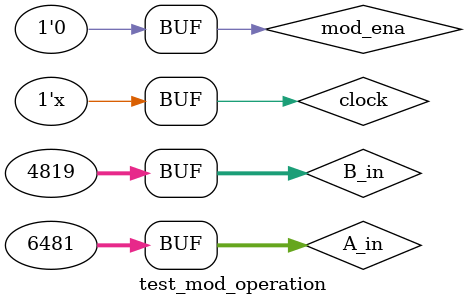
<source format=sv>


module test_mod_operation();
	parameter WIDTH = 32;
	
	logic 				clock;	
	logic 				mod_ena;
	logic	[WIDTH-1:0]	A_in;
	logic	[WIDTH-1:0] B_in;
	logic [WIDTH-1:0] out;
	logic mod_state;
	logic write;
	
	mod_operation dut(
	.clock(clock),	
	.mod_ena(mod_ena),
	.A_in(A_in),
	.B_in(B_in),
	.out(out),
	.mod_state(mod_state),
	.write_out(write));
	
	always #5 clock = ~clock;
	
	initial  begin 
		clock = 0;   
		mod_ena = 1'b1;
		A_in = 6051600;
		B_in = 4819;
		#10
		mod_ena = 0;
		#240
		mod_ena = 1'b1;
		A_in = 6481;
		B_in = 4819;
		#10
		mod_ena = 0;
	 end
endmodule

</source>
